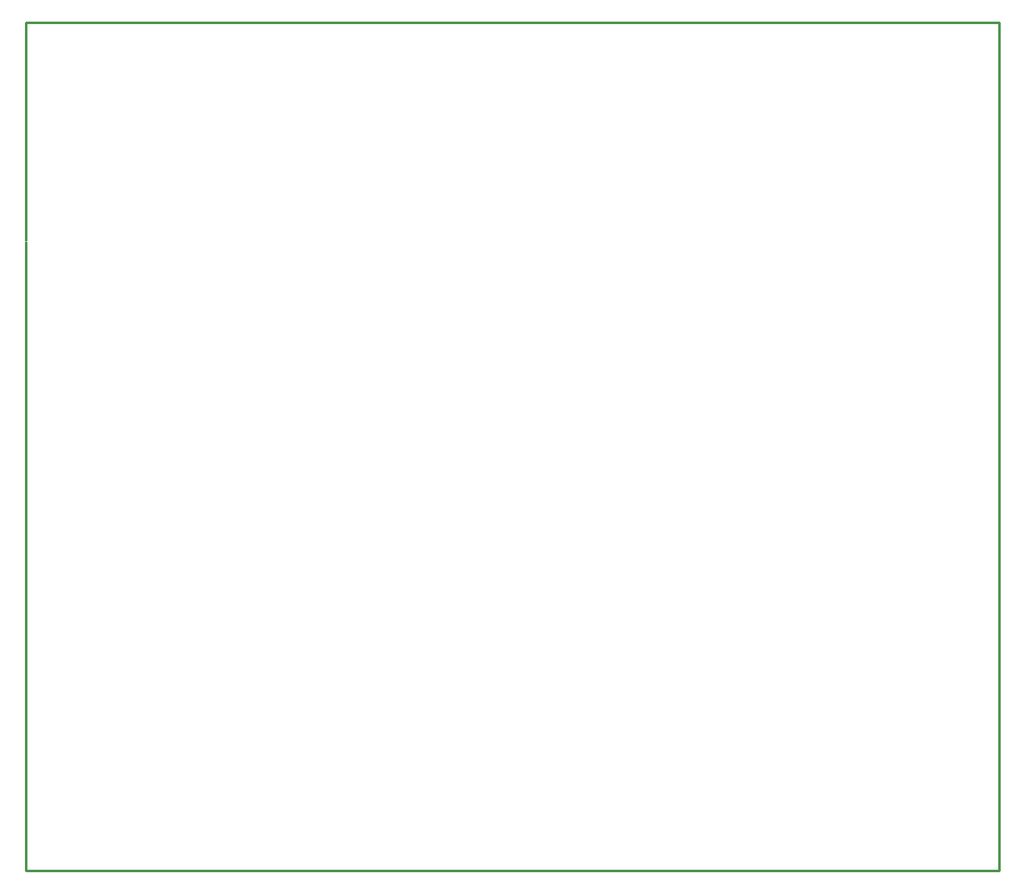
<source format=gko>
G04 Layer: BoardOutline*
G04 EasyEDA v6.4.20.6, 2021-08-23T14:22:53+08:00*
G04 d2134aeba8d541879ef023346c28b4ea,d2c6aa496c93417f82209b500ca1ce63,10*
G04 Gerber Generator version 0.2*
G04 Scale: 100 percent, Rotated: No, Reflected: No *
G04 Dimensions in millimeters *
G04 leading zeros omitted , absolute positions ,4 integer and 5 decimal *
%FSLAX45Y45*%
%MOMM*%

%ADD10C,0.2540*%
D10*
X12700Y8445500D02*
G01*
X12700Y10668000D01*
X9918700Y10668000D01*
X9918700Y2032000D01*
X12700Y2032000D01*
X12700Y8432800D01*

%LPD*%
M02*

</source>
